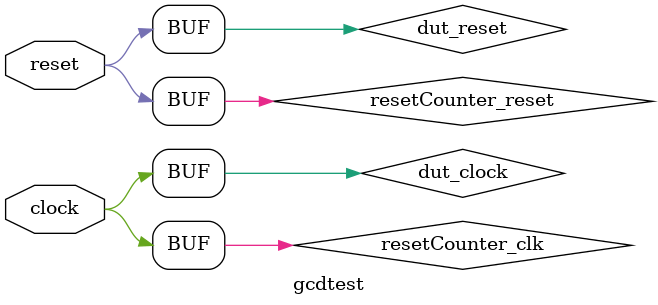
<source format=sv>
module gcd(
  input        clock,
  input        reset,
  output [7:0] io_o,
  output       io_done
);
`ifdef RANDOMIZE_REG_INIT
  reg [31:0] _RAND_0;
  reg [31:0] _RAND_1;
  reg [31:0] _RAND_2;
  reg [31:0] _RAND_3;
`endif // RANDOMIZE_REG_INIT
  wire  resetCounter_clk; // @[Formal.scala 10:36]
  wire  resetCounter_reset; // @[Formal.scala 10:36]
  wire [31:0] resetCounter_timeSinceReset; // @[Formal.scala 10:36]
  wire  resetCounter_notChaos; // @[Formal.scala 10:36]
  reg [2:0] lsb; // @[gcd.scala 15:20]
  reg [7:0] x; // @[gcd.scala 16:16]
  reg [7:0] y; // @[gcd.scala 16:16]
  reg  start; // @[gcd.scala 17:22]
  wire [7:0] _x_lsb_T = x >> lsb; // @[gcd.scala 23:13]
  wire  x_lsb = _x_lsb_T[0]; // @[gcd.scala 23:13]
  wire [7:0] _y_lsb_T = y >> lsb; // @[gcd.scala 24:13]
  wire  y_lsb = _y_lsb_T[0]; // @[gcd.scala 24:13]
  wire  _diff_T = x < y; // @[gcd.scala 25:16]
  wire [7:0] _diff_T_2 = y - x; // @[gcd.scala 25:20]
  wire [7:0] _diff_T_4 = x - y; // @[gcd.scala 25:24]
  wire [7:0] diff = x < y ? _diff_T_2 : _diff_T_4; // @[gcd.scala 25:14]
  wire  _io_done_T = x == y; // @[gcd.scala 27:16]
  wire  _io_done_T_1 = x == 8'h0; // @[gcd.scala 27:25]
  wire  _io_done_T_3 = y == 8'h0; // @[gcd.scala 27:36]
  wire [1:0] _T_6 = {x_lsb,y_lsb}; // @[gcd.scala 36:18]
  wire [2:0] _lsb_T_1 = lsb + 3'h1; // @[gcd.scala 37:29]
  wire [7:0] _x_T = {{1'd0}, x[7:1]}; // @[gcd.scala 38:23]
  wire [7:0] _y_T = {{1'd0}, y[7:1]}; // @[gcd.scala 39:23]
  wire [7:0] _y_T_1 = {{1'd0}, diff[7:1]}; // @[gcd.scala 42:18]
  wire [7:0] _GEN_0 = _diff_T ? _y_T_1 : y; // @[gcd.scala 41:18 42:12 16:16]
  wire [7:0] _GEN_1 = _diff_T ? x : _y_T_1; // @[gcd.scala 16:16 41:18 44:12]
  wire [7:0] _GEN_2 = 2'h3 == _T_6 ? _GEN_0 : y; // @[gcd.scala 16:16 36:27]
  wire [7:0] _GEN_3 = 2'h3 == _T_6 ? _GEN_1 : x; // @[gcd.scala 16:16 36:27]
  wire [7:0] _GEN_4 = 2'h2 == _T_6 ? _y_T : _GEN_2; // @[gcd.scala 36:27 39:20]
  wire [7:0] _GEN_5 = 2'h2 == _T_6 ? x : _GEN_3; // @[gcd.scala 16:16 36:27]
  wire  _GEN_16 = start ? 1'h0 : start; // @[gcd.scala 31:15 34:11 17:22]
  wire  _T_18 = ~reset; // @[gcd.scala 50:11]
  ResetCounter resetCounter ( // @[Formal.scala 10:36]
    .clk(resetCounter_clk),
    .reset(resetCounter_reset),
    .timeSinceReset(resetCounter_timeSinceReset),
    .notChaos(resetCounter_notChaos)
  );
  assign io_o = _diff_T ? x : y; // @[gcd.scala 28:14]
  assign io_done = x == y | x == 8'h0 | y == 8'h0; // @[gcd.scala 27:32]
  assign resetCounter_clk = clock; // @[Formal.scala 11:23]
  assign resetCounter_reset = reset; // @[Formal.scala 12:25]
  always @(posedge clock) begin
    if (reset) begin // @[gcd.scala 15:20]
      lsb <= 3'h0; // @[gcd.scala 15:20]
    end else if (!(start)) begin // @[gcd.scala 31:15]
      if (~_io_done_T | _io_done_T_1 | _io_done_T_3) begin // @[gcd.scala 35:45]
        if (2'h0 == _T_6) begin // @[gcd.scala 36:27]
          lsb <= _lsb_T_1; // @[gcd.scala 37:23]
        end
      end
    end
    if (start) begin // @[gcd.scala 31:15]
      x <= 8'h1c; // @[gcd.scala 32:7]
    end else if (~_io_done_T | _io_done_T_1 | _io_done_T_3) begin // @[gcd.scala 35:45]
      if (!(2'h0 == _T_6)) begin // @[gcd.scala 36:27]
        if (2'h1 == _T_6) begin // @[gcd.scala 36:27]
          x <= _x_T; // @[gcd.scala 38:20]
        end else begin
          x <= _GEN_5;
        end
      end
    end
    if (start) begin // @[gcd.scala 31:15]
      y <= 8'hc; // @[gcd.scala 33:7]
    end else if (~_io_done_T | _io_done_T_1 | _io_done_T_3) begin // @[gcd.scala 35:45]
      if (!(2'h0 == _T_6)) begin // @[gcd.scala 36:27]
        if (!(2'h1 == _T_6)) begin // @[gcd.scala 36:27]
          y <= _GEN_4;
        end
      end
    end
    start <= reset | _GEN_16; // @[gcd.scala 17:{22,22}]
    `ifndef SYNTHESIS
    `ifdef PRINTF_COND
      if (`PRINTF_COND) begin
    `endif
        if (io_done & resetCounter_notChaos & _T_18 & ~io_done) begin
          $fwrite(32'h80000002,"Assertion failed: \n    at Formal.scala:20 cassert(cond, msg)\n"); // @[gcd.scala 59:11]
        end
    `ifdef PRINTF_COND
      end
    `endif
    `endif // SYNTHESIS
  end
// Register and memory initialization
`ifdef RANDOMIZE_GARBAGE_ASSIGN
`define RANDOMIZE
`endif
`ifdef RANDOMIZE_INVALID_ASSIGN
`define RANDOMIZE
`endif
`ifdef RANDOMIZE_REG_INIT
`define RANDOMIZE
`endif
`ifdef RANDOMIZE_MEM_INIT
`define RANDOMIZE
`endif
`ifndef RANDOM
`define RANDOM $random
`endif
`ifdef RANDOMIZE_MEM_INIT
  integer initvar;
`endif
`ifndef SYNTHESIS
`ifdef FIRRTL_BEFORE_INITIAL
`FIRRTL_BEFORE_INITIAL
`endif
initial begin
  `ifdef RANDOMIZE
    `ifdef INIT_RANDOM
      `INIT_RANDOM
    `endif
    `ifndef VERILATOR
      `ifdef RANDOMIZE_DELAY
        #`RANDOMIZE_DELAY begin end
      `else
        #0.002 begin end
      `endif
    `endif
`ifdef RANDOMIZE_REG_INIT
  _RAND_0 = {1{`RANDOM}};
  lsb = _RAND_0[2:0];
  _RAND_1 = {1{`RANDOM}};
  x = _RAND_1[7:0];
  _RAND_2 = {1{`RANDOM}};
  y = _RAND_2[7:0];
  _RAND_3 = {1{`RANDOM}};
  start = _RAND_3[0:0];
`endif // RANDOMIZE_REG_INIT
  `endif // RANDOMIZE
end // initial
`ifdef FIRRTL_AFTER_INITIAL
`FIRRTL_AFTER_INITIAL
`endif
`endif // SYNTHESIS
  always @(posedge clock) begin
    //
    if (io_done & resetCounter_notChaos & _T_18) begin
      assert(io_done); // @[gcd.scala 59:11]
    end
  end
endmodule
module gcdtest(
  input   clock,
  input   reset
);
  wire  resetCounter_clk; // @[Formal.scala 10:36]
  wire  resetCounter_reset; // @[Formal.scala 10:36]
  wire [31:0] resetCounter_timeSinceReset; // @[Formal.scala 10:36]
  wire  resetCounter_notChaos; // @[Formal.scala 10:36]
  wire  dut_clock; // @[gcd.scala 68:19]
  wire  dut_reset; // @[gcd.scala 68:19]
  wire [7:0] dut_io_o; // @[gcd.scala 68:19]
  wire  dut_io_done; // @[gcd.scala 68:19]
  wire  _T_2 = resetCounter_notChaos & resetCounter_timeSinceReset == 32'h1; // @[gcd.scala 72:11]
  wire  _T_4 = ~reset; // @[gcd.scala 72:11]
  wire  _T_14 = resetCounter_notChaos & resetCounter_timeSinceReset == 32'h6; // @[gcd.scala 75:11]
  wire  _GEN_0 = resetCounter_notChaos & resetCounter_timeSinceReset == 32'h1 & ~reset; // @[gcd.scala 72:11]
  wire  _GEN_2 = resetCounter_notChaos & resetCounter_timeSinceReset == 32'h6 & _T_4; // @[gcd.scala 75:11]
  ResetCounter resetCounter ( // @[Formal.scala 10:36]
    .clk(resetCounter_clk),
    .reset(resetCounter_reset),
    .timeSinceReset(resetCounter_timeSinceReset),
    .notChaos(resetCounter_notChaos)
  );
  gcd dut ( // @[gcd.scala 68:19]
    .clock(dut_clock),
    .reset(dut_reset),
    .io_o(dut_io_o),
    .io_done(dut_io_done)
  );
  assign resetCounter_clk = clock; // @[Formal.scala 11:23]
  assign resetCounter_reset = reset; // @[Formal.scala 12:25]
  assign dut_clock = clock;
  assign dut_reset = reset;
  always @(posedge clock) begin
    `ifndef SYNTHESIS
    `ifdef PRINTF_COND
      if (`PRINTF_COND) begin
    `endif
        if (resetCounter_notChaos & resetCounter_timeSinceReset == 32'h1 & ~reset & ~(dut_io_o == 8'hc)) begin
          $fwrite(32'h80000002,"Assertion failed: \n    at Formal.scala:28 cassert(cond, msg)\n"); // @[gcd.scala 72:11]
        end
    `ifdef PRINTF_COND
      end
    `endif
    `endif // SYNTHESIS
    `ifndef SYNTHESIS
    `ifdef PRINTF_COND
      if (`PRINTF_COND) begin
    `endif
        if (_GEN_0 & ~(~dut_io_done)) begin
          $fwrite(32'h80000002,"Assertion failed: \n    at Formal.scala:28 cassert(cond, msg)\n"); // @[gcd.scala 73:11]
        end
    `ifdef PRINTF_COND
      end
    `endif
    `endif // SYNTHESIS
    `ifndef SYNTHESIS
    `ifdef PRINTF_COND
      if (`PRINTF_COND) begin
    `endif
        if (resetCounter_notChaos & resetCounter_timeSinceReset == 32'h6 & _T_4 & ~(dut_io_o == 8'h4)) begin
          $fwrite(32'h80000002,"Assertion failed: \n    at Formal.scala:28 cassert(cond, msg)\n"); // @[gcd.scala 75:11]
        end
    `ifdef PRINTF_COND
      end
    `endif
    `endif // SYNTHESIS
    `ifndef SYNTHESIS
    `ifdef PRINTF_COND
      if (`PRINTF_COND) begin
    `endif
        if (_GEN_2 & ~dut_io_done) begin
          $fwrite(32'h80000002,"Assertion failed: \n    at Formal.scala:28 cassert(cond, msg)\n"); // @[gcd.scala 76:11]
        end
    `ifdef PRINTF_COND
      end
    `endif
    `endif // SYNTHESIS
  end
  always @(posedge clock) begin
    //
    if (resetCounter_notChaos & resetCounter_timeSinceReset == 32'h1 & ~reset) begin
      assert(dut_io_o == 8'hc); // @[gcd.scala 72:11]
    end
    //
    if (_T_2 & _T_4) begin
      assert(~dut_io_done); // @[gcd.scala 73:11]
    end
    //
    if (resetCounter_notChaos & resetCounter_timeSinceReset == 32'h6 & _T_4) begin
      assert(dut_io_o == 8'h4); // @[gcd.scala 75:11]
    end
    //
    if (_T_14 & _T_4) begin
      assert(dut_io_done); // @[gcd.scala 76:11]
    end
  end
endmodule

</source>
